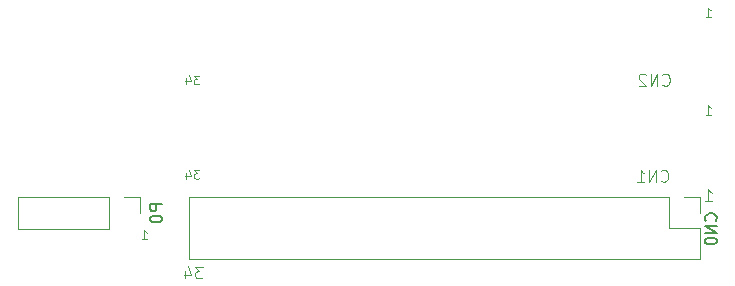
<source format=gbr>
G04 #@! TF.GenerationSoftware,KiCad,Pcbnew,(5.1.9)-1*
G04 #@! TF.CreationDate,2021-09-22T10:05:06+01:00*
G04 #@! TF.ProjectId,Amiga DF0 DF1 Switcher - Design B - Rev 2,416d6967-6120-4444-9630-204446312053,1*
G04 #@! TF.SameCoordinates,Original*
G04 #@! TF.FileFunction,Legend,Bot*
G04 #@! TF.FilePolarity,Positive*
%FSLAX46Y46*%
G04 Gerber Fmt 4.6, Leading zero omitted, Abs format (unit mm)*
G04 Created by KiCad (PCBNEW (5.1.9)-1) date 2021-09-22 10:05:06*
%MOMM*%
%LPD*%
G01*
G04 APERTURE LIST*
%ADD10C,0.125000*%
%ADD11C,0.120000*%
%ADD12C,0.150000*%
G04 APERTURE END LIST*
D10*
X131865714Y-139531285D02*
X132294285Y-139531285D01*
X132080000Y-139531285D02*
X132080000Y-138781285D01*
X132151428Y-138888428D01*
X132222857Y-138959857D01*
X132294285Y-138995571D01*
X136751142Y-125700285D02*
X136286857Y-125700285D01*
X136536857Y-125986000D01*
X136429714Y-125986000D01*
X136358285Y-126021714D01*
X136322571Y-126057428D01*
X136286857Y-126128857D01*
X136286857Y-126307428D01*
X136322571Y-126378857D01*
X136358285Y-126414571D01*
X136429714Y-126450285D01*
X136644000Y-126450285D01*
X136715428Y-126414571D01*
X136751142Y-126378857D01*
X135644000Y-125950285D02*
X135644000Y-126450285D01*
X135822571Y-125664571D02*
X136001142Y-126200285D01*
X135536857Y-126200285D01*
X136751142Y-133701285D02*
X136286857Y-133701285D01*
X136536857Y-133987000D01*
X136429714Y-133987000D01*
X136358285Y-134022714D01*
X136322571Y-134058428D01*
X136286857Y-134129857D01*
X136286857Y-134308428D01*
X136322571Y-134379857D01*
X136358285Y-134415571D01*
X136429714Y-134451285D01*
X136644000Y-134451285D01*
X136715428Y-134415571D01*
X136751142Y-134379857D01*
X135644000Y-133951285D02*
X135644000Y-134451285D01*
X135822571Y-133665571D02*
X136001142Y-134201285D01*
X135536857Y-134201285D01*
X179603428Y-129012904D02*
X180060571Y-129012904D01*
X179832000Y-129012904D02*
X179832000Y-128212904D01*
X179908190Y-128327190D01*
X179984380Y-128403380D01*
X180060571Y-128441476D01*
X179603428Y-120757904D02*
X180060571Y-120757904D01*
X179832000Y-120757904D02*
X179832000Y-119957904D01*
X179908190Y-120072190D01*
X179984380Y-120148380D01*
X180060571Y-120186476D01*
X175950476Y-126468142D02*
X175998095Y-126515761D01*
X176140952Y-126563380D01*
X176236190Y-126563380D01*
X176379047Y-126515761D01*
X176474285Y-126420523D01*
X176521904Y-126325285D01*
X176569523Y-126134809D01*
X176569523Y-125991952D01*
X176521904Y-125801476D01*
X176474285Y-125706238D01*
X176379047Y-125611000D01*
X176236190Y-125563380D01*
X176140952Y-125563380D01*
X175998095Y-125611000D01*
X175950476Y-125658619D01*
X175521904Y-126563380D02*
X175521904Y-125563380D01*
X174950476Y-126563380D01*
X174950476Y-125563380D01*
X174521904Y-125658619D02*
X174474285Y-125611000D01*
X174379047Y-125563380D01*
X174140952Y-125563380D01*
X174045714Y-125611000D01*
X173998095Y-125658619D01*
X173950476Y-125753857D01*
X173950476Y-125849095D01*
X173998095Y-125991952D01*
X174569523Y-126563380D01*
X173950476Y-126563380D01*
X175823476Y-134596142D02*
X175871095Y-134643761D01*
X176013952Y-134691380D01*
X176109190Y-134691380D01*
X176252047Y-134643761D01*
X176347285Y-134548523D01*
X176394904Y-134453285D01*
X176442523Y-134262809D01*
X176442523Y-134119952D01*
X176394904Y-133929476D01*
X176347285Y-133834238D01*
X176252047Y-133739000D01*
X176109190Y-133691380D01*
X176013952Y-133691380D01*
X175871095Y-133739000D01*
X175823476Y-133786619D01*
X175394904Y-134691380D02*
X175394904Y-133691380D01*
X174823476Y-134691380D01*
X174823476Y-133691380D01*
X173823476Y-134691380D02*
X174394904Y-134691380D01*
X174109190Y-134691380D02*
X174109190Y-133691380D01*
X174204428Y-133834238D01*
X174299666Y-133929476D01*
X174394904Y-133977095D01*
X179546285Y-136342380D02*
X180117714Y-136342380D01*
X179832000Y-136342380D02*
X179832000Y-135342380D01*
X179927238Y-135485238D01*
X180022476Y-135580476D01*
X180117714Y-135628095D01*
X137017023Y-141882880D02*
X136397976Y-141882880D01*
X136731309Y-142263833D01*
X136588452Y-142263833D01*
X136493214Y-142311452D01*
X136445595Y-142359071D01*
X136397976Y-142454309D01*
X136397976Y-142692404D01*
X136445595Y-142787642D01*
X136493214Y-142835261D01*
X136588452Y-142882880D01*
X136874166Y-142882880D01*
X136969404Y-142835261D01*
X137017023Y-142787642D01*
X135540833Y-142216214D02*
X135540833Y-142882880D01*
X135778928Y-141835261D02*
X136017023Y-142549547D01*
X135397976Y-142549547D01*
D11*
X131682800Y-137350500D02*
X131682800Y-136020500D01*
X131682800Y-136020500D02*
X130352800Y-136020500D01*
X129082800Y-136020500D02*
X121402800Y-136020500D01*
X121402800Y-138680500D02*
X121402800Y-136020500D01*
X129082800Y-138680500D02*
X121402800Y-138680500D01*
X129082800Y-138680500D02*
X129082800Y-136020500D01*
X179130000Y-137350500D02*
X179130000Y-136020500D01*
X179130000Y-136020500D02*
X177800000Y-136020500D01*
X179130000Y-138620500D02*
X176530000Y-138620500D01*
X176530000Y-138620500D02*
X176530000Y-136020500D01*
X176530000Y-136020500D02*
X135830000Y-136020500D01*
X135830000Y-141220500D02*
X135830000Y-136020500D01*
X179130000Y-141220500D02*
X135830000Y-141220500D01*
X179130000Y-141220500D02*
X179130000Y-138620500D01*
D12*
X133575180Y-136612404D02*
X132575180Y-136612404D01*
X132575180Y-136993357D01*
X132622800Y-137088595D01*
X132670419Y-137136214D01*
X132765657Y-137183833D01*
X132908514Y-137183833D01*
X133003752Y-137136214D01*
X133051371Y-137088595D01*
X133098990Y-136993357D01*
X133098990Y-136612404D01*
X132575180Y-137802880D02*
X132575180Y-137898119D01*
X132622800Y-137993357D01*
X132670419Y-138040976D01*
X132765657Y-138088595D01*
X132956133Y-138136214D01*
X133194228Y-138136214D01*
X133384704Y-138088595D01*
X133479942Y-138040976D01*
X133527561Y-137993357D01*
X133575180Y-137898119D01*
X133575180Y-137802880D01*
X133527561Y-137707642D01*
X133479942Y-137660023D01*
X133384704Y-137612404D01*
X133194228Y-137564785D01*
X132956133Y-137564785D01*
X132765657Y-137612404D01*
X132670419Y-137660023D01*
X132622800Y-137707642D01*
X132575180Y-137802880D01*
X180443142Y-137993523D02*
X180490761Y-137945904D01*
X180538380Y-137803047D01*
X180538380Y-137707809D01*
X180490761Y-137564952D01*
X180395523Y-137469714D01*
X180300285Y-137422095D01*
X180109809Y-137374476D01*
X179966952Y-137374476D01*
X179776476Y-137422095D01*
X179681238Y-137469714D01*
X179586000Y-137564952D01*
X179538380Y-137707809D01*
X179538380Y-137803047D01*
X179586000Y-137945904D01*
X179633619Y-137993523D01*
X180538380Y-138422095D02*
X179538380Y-138422095D01*
X180538380Y-138993523D01*
X179538380Y-138993523D01*
X179538380Y-139660190D02*
X179538380Y-139755428D01*
X179586000Y-139850666D01*
X179633619Y-139898285D01*
X179728857Y-139945904D01*
X179919333Y-139993523D01*
X180157428Y-139993523D01*
X180347904Y-139945904D01*
X180443142Y-139898285D01*
X180490761Y-139850666D01*
X180538380Y-139755428D01*
X180538380Y-139660190D01*
X180490761Y-139564952D01*
X180443142Y-139517333D01*
X180347904Y-139469714D01*
X180157428Y-139422095D01*
X179919333Y-139422095D01*
X179728857Y-139469714D01*
X179633619Y-139517333D01*
X179586000Y-139564952D01*
X179538380Y-139660190D01*
M02*

</source>
